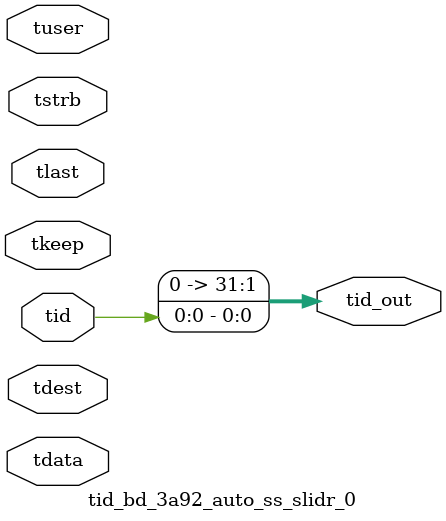
<source format=v>


`timescale 1ps/1ps

module tid_bd_3a92_auto_ss_slidr_0 #
(
parameter C_S_AXIS_TID_WIDTH   = 1,
parameter C_S_AXIS_TUSER_WIDTH = 0,
parameter C_S_AXIS_TDATA_WIDTH = 0,
parameter C_S_AXIS_TDEST_WIDTH = 0,
parameter C_M_AXIS_TID_WIDTH   = 32
)
(
input  [(C_S_AXIS_TID_WIDTH   == 0 ? 1 : C_S_AXIS_TID_WIDTH)-1:0       ] tid,
input  [(C_S_AXIS_TDATA_WIDTH == 0 ? 1 : C_S_AXIS_TDATA_WIDTH)-1:0     ] tdata,
input  [(C_S_AXIS_TUSER_WIDTH == 0 ? 1 : C_S_AXIS_TUSER_WIDTH)-1:0     ] tuser,
input  [(C_S_AXIS_TDEST_WIDTH == 0 ? 1 : C_S_AXIS_TDEST_WIDTH)-1:0     ] tdest,
input  [(C_S_AXIS_TDATA_WIDTH/8)-1:0 ] tkeep,
input  [(C_S_AXIS_TDATA_WIDTH/8)-1:0 ] tstrb,
input                                                                    tlast,
output [(C_M_AXIS_TID_WIDTH   == 0 ? 1 : C_M_AXIS_TID_WIDTH)-1:0       ] tid_out
);

assign tid_out = {tid[0:0]};

endmodule


</source>
